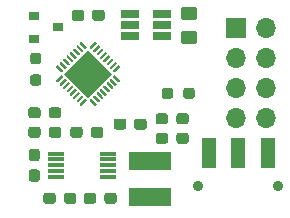
<source format=gbs>
G04 #@! TF.GenerationSoftware,KiCad,Pcbnew,(5.1.10)-1*
G04 #@! TF.CreationDate,2021-10-01T13:23:57-05:00*
G04 #@! TF.ProjectId,wireless_measurement_ard,77697265-6c65-4737-935f-6d6561737572,rev?*
G04 #@! TF.SameCoordinates,Original*
G04 #@! TF.FileFunction,Soldermask,Bot*
G04 #@! TF.FilePolarity,Negative*
%FSLAX46Y46*%
G04 Gerber Fmt 4.6, Leading zero omitted, Abs format (unit mm)*
G04 Created by KiCad (PCBNEW (5.1.10)-1) date 2021-10-01 13:23:57*
%MOMM*%
%LPD*%
G01*
G04 APERTURE LIST*
%ADD10R,1.400000X0.300000*%
%ADD11R,0.900000X0.800000*%
%ADD12O,1.700000X1.700000*%
%ADD13R,1.700000X1.700000*%
%ADD14C,0.900000*%
%ADD15R,1.250000X2.500000*%
%ADD16C,0.100000*%
%ADD17R,1.560000X0.650000*%
%ADD18R,3.600000X1.500000*%
G04 APERTURE END LIST*
D10*
X124374000Y-89900000D03*
X124374000Y-89400000D03*
X124374000Y-88900000D03*
X124374000Y-88400000D03*
X124374000Y-87900000D03*
X119974000Y-87900000D03*
X119974000Y-88400000D03*
X119974000Y-88900000D03*
X119974000Y-89400000D03*
X119974000Y-89900000D03*
G36*
G01*
X131666401Y-76613600D02*
X130766399Y-76613600D01*
G75*
G02*
X130516400Y-76363601I0J249999D01*
G01*
X130516400Y-75713599D01*
G75*
G02*
X130766399Y-75463600I249999J0D01*
G01*
X131666401Y-75463600D01*
G75*
G02*
X131916400Y-75713599I0J-249999D01*
G01*
X131916400Y-76363601D01*
G75*
G02*
X131666401Y-76613600I-249999J0D01*
G01*
G37*
G36*
G01*
X131666401Y-78663600D02*
X130766399Y-78663600D01*
G75*
G02*
X130516400Y-78413601I0J249999D01*
G01*
X130516400Y-77763599D01*
G75*
G02*
X130766399Y-77513600I249999J0D01*
G01*
X131666401Y-77513600D01*
G75*
G02*
X131916400Y-77763599I0J-249999D01*
G01*
X131916400Y-78413601D01*
G75*
G02*
X131666401Y-78663600I-249999J0D01*
G01*
G37*
D11*
X120126000Y-77216000D03*
X118126000Y-76266000D03*
X118126000Y-78166000D03*
G36*
G01*
X118474500Y-80347000D02*
X117999500Y-80347000D01*
G75*
G02*
X117762000Y-80109500I0J237500D01*
G01*
X117762000Y-79609500D01*
G75*
G02*
X117999500Y-79372000I237500J0D01*
G01*
X118474500Y-79372000D01*
G75*
G02*
X118712000Y-79609500I0J-237500D01*
G01*
X118712000Y-80109500D01*
G75*
G02*
X118474500Y-80347000I-237500J0D01*
G01*
G37*
G36*
G01*
X118474500Y-82172000D02*
X117999500Y-82172000D01*
G75*
G02*
X117762000Y-81934500I0J237500D01*
G01*
X117762000Y-81434500D01*
G75*
G02*
X117999500Y-81197000I237500J0D01*
G01*
X118474500Y-81197000D01*
G75*
G02*
X118712000Y-81434500I0J-237500D01*
G01*
X118712000Y-81934500D01*
G75*
G02*
X118474500Y-82172000I-237500J0D01*
G01*
G37*
G36*
G01*
X122357000Y-75962500D02*
X122357000Y-76437500D01*
G75*
G02*
X122119500Y-76675000I-237500J0D01*
G01*
X121519500Y-76675000D01*
G75*
G02*
X121282000Y-76437500I0J237500D01*
G01*
X121282000Y-75962500D01*
G75*
G02*
X121519500Y-75725000I237500J0D01*
G01*
X122119500Y-75725000D01*
G75*
G02*
X122357000Y-75962500I0J-237500D01*
G01*
G37*
G36*
G01*
X124082000Y-75962500D02*
X124082000Y-76437500D01*
G75*
G02*
X123844500Y-76675000I-237500J0D01*
G01*
X123244500Y-76675000D01*
G75*
G02*
X123007000Y-76437500I0J237500D01*
G01*
X123007000Y-75962500D01*
G75*
G02*
X123244500Y-75725000I237500J0D01*
G01*
X123844500Y-75725000D01*
G75*
G02*
X124082000Y-75962500I0J-237500D01*
G01*
G37*
D12*
X137744200Y-84886800D03*
X135204200Y-84886800D03*
X137744200Y-82346800D03*
X135204200Y-82346800D03*
X137744200Y-79806800D03*
X135204200Y-79806800D03*
X137744200Y-77266800D03*
D13*
X135204200Y-77266800D03*
G36*
G01*
X125911900Y-85182700D02*
X125911900Y-85657700D01*
G75*
G02*
X125674400Y-85895200I-237500J0D01*
G01*
X125074400Y-85895200D01*
G75*
G02*
X124836900Y-85657700I0J237500D01*
G01*
X124836900Y-85182700D01*
G75*
G02*
X125074400Y-84945200I237500J0D01*
G01*
X125674400Y-84945200D01*
G75*
G02*
X125911900Y-85182700I0J-237500D01*
G01*
G37*
G36*
G01*
X127636900Y-85182700D02*
X127636900Y-85657700D01*
G75*
G02*
X127399400Y-85895200I-237500J0D01*
G01*
X126799400Y-85895200D01*
G75*
G02*
X126561900Y-85657700I0J237500D01*
G01*
X126561900Y-85182700D01*
G75*
G02*
X126799400Y-84945200I237500J0D01*
G01*
X127399400Y-84945200D01*
G75*
G02*
X127636900Y-85182700I0J-237500D01*
G01*
G37*
D14*
X131982000Y-90634000D03*
X138782000Y-90634000D03*
D15*
X132882000Y-87884000D03*
X135382000Y-87884000D03*
X137882000Y-87884000D03*
G36*
G01*
X122045604Y-83840005D02*
X121974894Y-83769295D01*
G75*
G02*
X121974894Y-83698585I35355J35355D01*
G01*
X122399158Y-83274321D01*
G75*
G02*
X122469868Y-83274321I35355J-35355D01*
G01*
X122540578Y-83345031D01*
G75*
G02*
X122540578Y-83415741I-35355J-35355D01*
G01*
X122116314Y-83840005D01*
G75*
G02*
X122045604Y-83840005I-35355J35355D01*
G01*
G37*
G36*
G01*
X121762761Y-83557162D02*
X121692051Y-83486452D01*
G75*
G02*
X121692051Y-83415742I35355J35355D01*
G01*
X122116315Y-82991478D01*
G75*
G02*
X122187025Y-82991478I35355J-35355D01*
G01*
X122257735Y-83062188D01*
G75*
G02*
X122257735Y-83132898I-35355J-35355D01*
G01*
X121833471Y-83557162D01*
G75*
G02*
X121762761Y-83557162I-35355J35355D01*
G01*
G37*
G36*
G01*
X121479919Y-83274320D02*
X121409209Y-83203610D01*
G75*
G02*
X121409209Y-83132900I35355J35355D01*
G01*
X121833473Y-82708636D01*
G75*
G02*
X121904183Y-82708636I35355J-35355D01*
G01*
X121974893Y-82779346D01*
G75*
G02*
X121974893Y-82850056I-35355J-35355D01*
G01*
X121550629Y-83274320D01*
G75*
G02*
X121479919Y-83274320I-35355J35355D01*
G01*
G37*
G36*
G01*
X121197076Y-82991477D02*
X121126366Y-82920767D01*
G75*
G02*
X121126366Y-82850057I35355J35355D01*
G01*
X121550630Y-82425793D01*
G75*
G02*
X121621340Y-82425793I35355J-35355D01*
G01*
X121692050Y-82496503D01*
G75*
G02*
X121692050Y-82567213I-35355J-35355D01*
G01*
X121267786Y-82991477D01*
G75*
G02*
X121197076Y-82991477I-35355J35355D01*
G01*
G37*
G36*
G01*
X120914233Y-82708634D02*
X120843523Y-82637924D01*
G75*
G02*
X120843523Y-82567214I35355J35355D01*
G01*
X121267787Y-82142950D01*
G75*
G02*
X121338497Y-82142950I35355J-35355D01*
G01*
X121409207Y-82213660D01*
G75*
G02*
X121409207Y-82284370I-35355J-35355D01*
G01*
X120984943Y-82708634D01*
G75*
G02*
X120914233Y-82708634I-35355J35355D01*
G01*
G37*
G36*
G01*
X120631390Y-82425791D02*
X120560680Y-82355081D01*
G75*
G02*
X120560680Y-82284371I35355J35355D01*
G01*
X120984944Y-81860107D01*
G75*
G02*
X121055654Y-81860107I35355J-35355D01*
G01*
X121126364Y-81930817D01*
G75*
G02*
X121126364Y-82001527I-35355J-35355D01*
G01*
X120702100Y-82425791D01*
G75*
G02*
X120631390Y-82425791I-35355J35355D01*
G01*
G37*
G36*
G01*
X120348548Y-82142949D02*
X120277838Y-82072239D01*
G75*
G02*
X120277838Y-82001529I35355J35355D01*
G01*
X120702102Y-81577265D01*
G75*
G02*
X120772812Y-81577265I35355J-35355D01*
G01*
X120843522Y-81647975D01*
G75*
G02*
X120843522Y-81718685I-35355J-35355D01*
G01*
X120419258Y-82142949D01*
G75*
G02*
X120348548Y-82142949I-35355J35355D01*
G01*
G37*
G36*
G01*
X120065705Y-81860106D02*
X119994995Y-81789396D01*
G75*
G02*
X119994995Y-81718686I35355J35355D01*
G01*
X120419259Y-81294422D01*
G75*
G02*
X120489969Y-81294422I35355J-35355D01*
G01*
X120560679Y-81365132D01*
G75*
G02*
X120560679Y-81435842I-35355J-35355D01*
G01*
X120136415Y-81860106D01*
G75*
G02*
X120065705Y-81860106I-35355J35355D01*
G01*
G37*
G36*
G01*
X120419259Y-81011578D02*
X119994995Y-80587314D01*
G75*
G02*
X119994995Y-80516604I35355J35355D01*
G01*
X120065705Y-80445894D01*
G75*
G02*
X120136415Y-80445894I35355J-35355D01*
G01*
X120560679Y-80870158D01*
G75*
G02*
X120560679Y-80940868I-35355J-35355D01*
G01*
X120489969Y-81011578D01*
G75*
G02*
X120419259Y-81011578I-35355J35355D01*
G01*
G37*
G36*
G01*
X120702102Y-80728735D02*
X120277838Y-80304471D01*
G75*
G02*
X120277838Y-80233761I35355J35355D01*
G01*
X120348548Y-80163051D01*
G75*
G02*
X120419258Y-80163051I35355J-35355D01*
G01*
X120843522Y-80587315D01*
G75*
G02*
X120843522Y-80658025I-35355J-35355D01*
G01*
X120772812Y-80728735D01*
G75*
G02*
X120702102Y-80728735I-35355J35355D01*
G01*
G37*
G36*
G01*
X120984944Y-80445893D02*
X120560680Y-80021629D01*
G75*
G02*
X120560680Y-79950919I35355J35355D01*
G01*
X120631390Y-79880209D01*
G75*
G02*
X120702100Y-79880209I35355J-35355D01*
G01*
X121126364Y-80304473D01*
G75*
G02*
X121126364Y-80375183I-35355J-35355D01*
G01*
X121055654Y-80445893D01*
G75*
G02*
X120984944Y-80445893I-35355J35355D01*
G01*
G37*
G36*
G01*
X121267787Y-80163050D02*
X120843523Y-79738786D01*
G75*
G02*
X120843523Y-79668076I35355J35355D01*
G01*
X120914233Y-79597366D01*
G75*
G02*
X120984943Y-79597366I35355J-35355D01*
G01*
X121409207Y-80021630D01*
G75*
G02*
X121409207Y-80092340I-35355J-35355D01*
G01*
X121338497Y-80163050D01*
G75*
G02*
X121267787Y-80163050I-35355J35355D01*
G01*
G37*
G36*
G01*
X121550630Y-79880207D02*
X121126366Y-79455943D01*
G75*
G02*
X121126366Y-79385233I35355J35355D01*
G01*
X121197076Y-79314523D01*
G75*
G02*
X121267786Y-79314523I35355J-35355D01*
G01*
X121692050Y-79738787D01*
G75*
G02*
X121692050Y-79809497I-35355J-35355D01*
G01*
X121621340Y-79880207D01*
G75*
G02*
X121550630Y-79880207I-35355J35355D01*
G01*
G37*
G36*
G01*
X121833473Y-79597364D02*
X121409209Y-79173100D01*
G75*
G02*
X121409209Y-79102390I35355J35355D01*
G01*
X121479919Y-79031680D01*
G75*
G02*
X121550629Y-79031680I35355J-35355D01*
G01*
X121974893Y-79455944D01*
G75*
G02*
X121974893Y-79526654I-35355J-35355D01*
G01*
X121904183Y-79597364D01*
G75*
G02*
X121833473Y-79597364I-35355J35355D01*
G01*
G37*
G36*
G01*
X122116315Y-79314522D02*
X121692051Y-78890258D01*
G75*
G02*
X121692051Y-78819548I35355J35355D01*
G01*
X121762761Y-78748838D01*
G75*
G02*
X121833471Y-78748838I35355J-35355D01*
G01*
X122257735Y-79173102D01*
G75*
G02*
X122257735Y-79243812I-35355J-35355D01*
G01*
X122187025Y-79314522D01*
G75*
G02*
X122116315Y-79314522I-35355J35355D01*
G01*
G37*
G36*
G01*
X122399158Y-79031679D02*
X121974894Y-78607415D01*
G75*
G02*
X121974894Y-78536705I35355J35355D01*
G01*
X122045604Y-78465995D01*
G75*
G02*
X122116314Y-78465995I35355J-35355D01*
G01*
X122540578Y-78890259D01*
G75*
G02*
X122540578Y-78960969I-35355J-35355D01*
G01*
X122469868Y-79031679D01*
G75*
G02*
X122399158Y-79031679I-35355J35355D01*
G01*
G37*
G36*
G01*
X122894132Y-79031679D02*
X122823422Y-78960969D01*
G75*
G02*
X122823422Y-78890259I35355J35355D01*
G01*
X123247686Y-78465995D01*
G75*
G02*
X123318396Y-78465995I35355J-35355D01*
G01*
X123389106Y-78536705D01*
G75*
G02*
X123389106Y-78607415I-35355J-35355D01*
G01*
X122964842Y-79031679D01*
G75*
G02*
X122894132Y-79031679I-35355J35355D01*
G01*
G37*
G36*
G01*
X123176975Y-79314522D02*
X123106265Y-79243812D01*
G75*
G02*
X123106265Y-79173102I35355J35355D01*
G01*
X123530529Y-78748838D01*
G75*
G02*
X123601239Y-78748838I35355J-35355D01*
G01*
X123671949Y-78819548D01*
G75*
G02*
X123671949Y-78890258I-35355J-35355D01*
G01*
X123247685Y-79314522D01*
G75*
G02*
X123176975Y-79314522I-35355J35355D01*
G01*
G37*
G36*
G01*
X123459817Y-79597364D02*
X123389107Y-79526654D01*
G75*
G02*
X123389107Y-79455944I35355J35355D01*
G01*
X123813371Y-79031680D01*
G75*
G02*
X123884081Y-79031680I35355J-35355D01*
G01*
X123954791Y-79102390D01*
G75*
G02*
X123954791Y-79173100I-35355J-35355D01*
G01*
X123530527Y-79597364D01*
G75*
G02*
X123459817Y-79597364I-35355J35355D01*
G01*
G37*
G36*
G01*
X123742660Y-79880207D02*
X123671950Y-79809497D01*
G75*
G02*
X123671950Y-79738787I35355J35355D01*
G01*
X124096214Y-79314523D01*
G75*
G02*
X124166924Y-79314523I35355J-35355D01*
G01*
X124237634Y-79385233D01*
G75*
G02*
X124237634Y-79455943I-35355J-35355D01*
G01*
X123813370Y-79880207D01*
G75*
G02*
X123742660Y-79880207I-35355J35355D01*
G01*
G37*
G36*
G01*
X124025503Y-80163050D02*
X123954793Y-80092340D01*
G75*
G02*
X123954793Y-80021630I35355J35355D01*
G01*
X124379057Y-79597366D01*
G75*
G02*
X124449767Y-79597366I35355J-35355D01*
G01*
X124520477Y-79668076D01*
G75*
G02*
X124520477Y-79738786I-35355J-35355D01*
G01*
X124096213Y-80163050D01*
G75*
G02*
X124025503Y-80163050I-35355J35355D01*
G01*
G37*
G36*
G01*
X124308346Y-80445893D02*
X124237636Y-80375183D01*
G75*
G02*
X124237636Y-80304473I35355J35355D01*
G01*
X124661900Y-79880209D01*
G75*
G02*
X124732610Y-79880209I35355J-35355D01*
G01*
X124803320Y-79950919D01*
G75*
G02*
X124803320Y-80021629I-35355J-35355D01*
G01*
X124379056Y-80445893D01*
G75*
G02*
X124308346Y-80445893I-35355J35355D01*
G01*
G37*
G36*
G01*
X124591188Y-80728735D02*
X124520478Y-80658025D01*
G75*
G02*
X124520478Y-80587315I35355J35355D01*
G01*
X124944742Y-80163051D01*
G75*
G02*
X125015452Y-80163051I35355J-35355D01*
G01*
X125086162Y-80233761D01*
G75*
G02*
X125086162Y-80304471I-35355J-35355D01*
G01*
X124661898Y-80728735D01*
G75*
G02*
X124591188Y-80728735I-35355J35355D01*
G01*
G37*
G36*
G01*
X124874031Y-81011578D02*
X124803321Y-80940868D01*
G75*
G02*
X124803321Y-80870158I35355J35355D01*
G01*
X125227585Y-80445894D01*
G75*
G02*
X125298295Y-80445894I35355J-35355D01*
G01*
X125369005Y-80516604D01*
G75*
G02*
X125369005Y-80587314I-35355J-35355D01*
G01*
X124944741Y-81011578D01*
G75*
G02*
X124874031Y-81011578I-35355J35355D01*
G01*
G37*
G36*
G01*
X125227585Y-81860106D02*
X124803321Y-81435842D01*
G75*
G02*
X124803321Y-81365132I35355J35355D01*
G01*
X124874031Y-81294422D01*
G75*
G02*
X124944741Y-81294422I35355J-35355D01*
G01*
X125369005Y-81718686D01*
G75*
G02*
X125369005Y-81789396I-35355J-35355D01*
G01*
X125298295Y-81860106D01*
G75*
G02*
X125227585Y-81860106I-35355J35355D01*
G01*
G37*
G36*
G01*
X124944742Y-82142949D02*
X124520478Y-81718685D01*
G75*
G02*
X124520478Y-81647975I35355J35355D01*
G01*
X124591188Y-81577265D01*
G75*
G02*
X124661898Y-81577265I35355J-35355D01*
G01*
X125086162Y-82001529D01*
G75*
G02*
X125086162Y-82072239I-35355J-35355D01*
G01*
X125015452Y-82142949D01*
G75*
G02*
X124944742Y-82142949I-35355J35355D01*
G01*
G37*
G36*
G01*
X124661900Y-82425791D02*
X124237636Y-82001527D01*
G75*
G02*
X124237636Y-81930817I35355J35355D01*
G01*
X124308346Y-81860107D01*
G75*
G02*
X124379056Y-81860107I35355J-35355D01*
G01*
X124803320Y-82284371D01*
G75*
G02*
X124803320Y-82355081I-35355J-35355D01*
G01*
X124732610Y-82425791D01*
G75*
G02*
X124661900Y-82425791I-35355J35355D01*
G01*
G37*
G36*
G01*
X124379057Y-82708634D02*
X123954793Y-82284370D01*
G75*
G02*
X123954793Y-82213660I35355J35355D01*
G01*
X124025503Y-82142950D01*
G75*
G02*
X124096213Y-82142950I35355J-35355D01*
G01*
X124520477Y-82567214D01*
G75*
G02*
X124520477Y-82637924I-35355J-35355D01*
G01*
X124449767Y-82708634D01*
G75*
G02*
X124379057Y-82708634I-35355J35355D01*
G01*
G37*
G36*
G01*
X124096214Y-82991477D02*
X123671950Y-82567213D01*
G75*
G02*
X123671950Y-82496503I35355J35355D01*
G01*
X123742660Y-82425793D01*
G75*
G02*
X123813370Y-82425793I35355J-35355D01*
G01*
X124237634Y-82850057D01*
G75*
G02*
X124237634Y-82920767I-35355J-35355D01*
G01*
X124166924Y-82991477D01*
G75*
G02*
X124096214Y-82991477I-35355J35355D01*
G01*
G37*
G36*
G01*
X123813371Y-83274320D02*
X123389107Y-82850056D01*
G75*
G02*
X123389107Y-82779346I35355J35355D01*
G01*
X123459817Y-82708636D01*
G75*
G02*
X123530527Y-82708636I35355J-35355D01*
G01*
X123954791Y-83132900D01*
G75*
G02*
X123954791Y-83203610I-35355J-35355D01*
G01*
X123884081Y-83274320D01*
G75*
G02*
X123813371Y-83274320I-35355J35355D01*
G01*
G37*
G36*
G01*
X123530529Y-83557162D02*
X123106265Y-83132898D01*
G75*
G02*
X123106265Y-83062188I35355J35355D01*
G01*
X123176975Y-82991478D01*
G75*
G02*
X123247685Y-82991478I35355J-35355D01*
G01*
X123671949Y-83415742D01*
G75*
G02*
X123671949Y-83486452I-35355J-35355D01*
G01*
X123601239Y-83557162D01*
G75*
G02*
X123530529Y-83557162I-35355J35355D01*
G01*
G37*
G36*
G01*
X123247686Y-83840005D02*
X122823422Y-83415741D01*
G75*
G02*
X122823422Y-83345031I35355J35355D01*
G01*
X122894132Y-83274321D01*
G75*
G02*
X122964842Y-83274321I35355J-35355D01*
G01*
X123389106Y-83698585D01*
G75*
G02*
X123389106Y-83769295I-35355J-35355D01*
G01*
X123318396Y-83840005D01*
G75*
G02*
X123247686Y-83840005I-35355J35355D01*
G01*
G37*
D16*
G36*
X122682000Y-83203610D02*
G01*
X120631390Y-81153000D01*
X122682000Y-79102390D01*
X124732610Y-81153000D01*
X122682000Y-83203610D01*
G37*
D17*
X126238000Y-77012800D03*
X126238000Y-76062800D03*
X126238000Y-77962800D03*
X128938000Y-77962800D03*
X128938000Y-77012800D03*
X128938000Y-76062800D03*
D18*
X127889000Y-88517000D03*
X127889000Y-91567000D03*
G36*
G01*
X130727000Y-83041500D02*
X130727000Y-82566500D01*
G75*
G02*
X130964500Y-82329000I237500J0D01*
G01*
X131464500Y-82329000D01*
G75*
G02*
X131702000Y-82566500I0J-237500D01*
G01*
X131702000Y-83041500D01*
G75*
G02*
X131464500Y-83279000I-237500J0D01*
G01*
X130964500Y-83279000D01*
G75*
G02*
X130727000Y-83041500I0J237500D01*
G01*
G37*
G36*
G01*
X128902000Y-83041500D02*
X128902000Y-82566500D01*
G75*
G02*
X129139500Y-82329000I237500J0D01*
G01*
X129639500Y-82329000D01*
G75*
G02*
X129877000Y-82566500I0J-237500D01*
G01*
X129877000Y-83041500D01*
G75*
G02*
X129639500Y-83279000I-237500J0D01*
G01*
X129139500Y-83279000D01*
G75*
G02*
X128902000Y-83041500I0J237500D01*
G01*
G37*
G36*
G01*
X118649000Y-85868500D02*
X118649000Y-86343500D01*
G75*
G02*
X118411500Y-86581000I-237500J0D01*
G01*
X117836500Y-86581000D01*
G75*
G02*
X117599000Y-86343500I0J237500D01*
G01*
X117599000Y-85868500D01*
G75*
G02*
X117836500Y-85631000I237500J0D01*
G01*
X118411500Y-85631000D01*
G75*
G02*
X118649000Y-85868500I0J-237500D01*
G01*
G37*
G36*
G01*
X120399000Y-85868500D02*
X120399000Y-86343500D01*
G75*
G02*
X120161500Y-86581000I-237500J0D01*
G01*
X119586500Y-86581000D01*
G75*
G02*
X119349000Y-86343500I0J237500D01*
G01*
X119349000Y-85868500D01*
G75*
G02*
X119586500Y-85631000I237500J0D01*
G01*
X120161500Y-85631000D01*
G75*
G02*
X120399000Y-85868500I0J-237500D01*
G01*
G37*
G36*
G01*
X118649000Y-84217500D02*
X118649000Y-84692500D01*
G75*
G02*
X118411500Y-84930000I-237500J0D01*
G01*
X117836500Y-84930000D01*
G75*
G02*
X117599000Y-84692500I0J237500D01*
G01*
X117599000Y-84217500D01*
G75*
G02*
X117836500Y-83980000I237500J0D01*
G01*
X118411500Y-83980000D01*
G75*
G02*
X118649000Y-84217500I0J-237500D01*
G01*
G37*
G36*
G01*
X120399000Y-84217500D02*
X120399000Y-84692500D01*
G75*
G02*
X120161500Y-84930000I-237500J0D01*
G01*
X119586500Y-84930000D01*
G75*
G02*
X119349000Y-84692500I0J237500D01*
G01*
X119349000Y-84217500D01*
G75*
G02*
X119586500Y-83980000I237500J0D01*
G01*
X120161500Y-83980000D01*
G75*
G02*
X120399000Y-84217500I0J-237500D01*
G01*
G37*
G36*
G01*
X118347500Y-88550000D02*
X117872500Y-88550000D01*
G75*
G02*
X117635000Y-88312500I0J237500D01*
G01*
X117635000Y-87737500D01*
G75*
G02*
X117872500Y-87500000I237500J0D01*
G01*
X118347500Y-87500000D01*
G75*
G02*
X118585000Y-87737500I0J-237500D01*
G01*
X118585000Y-88312500D01*
G75*
G02*
X118347500Y-88550000I-237500J0D01*
G01*
G37*
G36*
G01*
X118347500Y-90300000D02*
X117872500Y-90300000D01*
G75*
G02*
X117635000Y-90062500I0J237500D01*
G01*
X117635000Y-89487500D01*
G75*
G02*
X117872500Y-89250000I237500J0D01*
G01*
X118347500Y-89250000D01*
G75*
G02*
X118585000Y-89487500I0J-237500D01*
G01*
X118585000Y-90062500D01*
G75*
G02*
X118347500Y-90300000I-237500J0D01*
G01*
G37*
G36*
G01*
X122205000Y-85868500D02*
X122205000Y-86343500D01*
G75*
G02*
X121967500Y-86581000I-237500J0D01*
G01*
X121392500Y-86581000D01*
G75*
G02*
X121155000Y-86343500I0J237500D01*
G01*
X121155000Y-85868500D01*
G75*
G02*
X121392500Y-85631000I237500J0D01*
G01*
X121967500Y-85631000D01*
G75*
G02*
X122205000Y-85868500I0J-237500D01*
G01*
G37*
G36*
G01*
X123955000Y-85868500D02*
X123955000Y-86343500D01*
G75*
G02*
X123717500Y-86581000I-237500J0D01*
G01*
X123142500Y-86581000D01*
G75*
G02*
X122905000Y-86343500I0J237500D01*
G01*
X122905000Y-85868500D01*
G75*
G02*
X123142500Y-85631000I237500J0D01*
G01*
X123717500Y-85631000D01*
G75*
G02*
X123955000Y-85868500I0J-237500D01*
G01*
G37*
G36*
G01*
X123348000Y-91456500D02*
X123348000Y-91931500D01*
G75*
G02*
X123110500Y-92169000I-237500J0D01*
G01*
X122535500Y-92169000D01*
G75*
G02*
X122298000Y-91931500I0J237500D01*
G01*
X122298000Y-91456500D01*
G75*
G02*
X122535500Y-91219000I237500J0D01*
G01*
X123110500Y-91219000D01*
G75*
G02*
X123348000Y-91456500I0J-237500D01*
G01*
G37*
G36*
G01*
X125098000Y-91456500D02*
X125098000Y-91931500D01*
G75*
G02*
X124860500Y-92169000I-237500J0D01*
G01*
X124285500Y-92169000D01*
G75*
G02*
X124048000Y-91931500I0J237500D01*
G01*
X124048000Y-91456500D01*
G75*
G02*
X124285500Y-91219000I237500J0D01*
G01*
X124860500Y-91219000D01*
G75*
G02*
X125098000Y-91456500I0J-237500D01*
G01*
G37*
G36*
G01*
X130144000Y-85200500D02*
X130144000Y-84725500D01*
G75*
G02*
X130381500Y-84488000I237500J0D01*
G01*
X130956500Y-84488000D01*
G75*
G02*
X131194000Y-84725500I0J-237500D01*
G01*
X131194000Y-85200500D01*
G75*
G02*
X130956500Y-85438000I-237500J0D01*
G01*
X130381500Y-85438000D01*
G75*
G02*
X130144000Y-85200500I0J237500D01*
G01*
G37*
G36*
G01*
X128394000Y-85200500D02*
X128394000Y-84725500D01*
G75*
G02*
X128631500Y-84488000I237500J0D01*
G01*
X129206500Y-84488000D01*
G75*
G02*
X129444000Y-84725500I0J-237500D01*
G01*
X129444000Y-85200500D01*
G75*
G02*
X129206500Y-85438000I-237500J0D01*
G01*
X128631500Y-85438000D01*
G75*
G02*
X128394000Y-85200500I0J237500D01*
G01*
G37*
G36*
G01*
X119933000Y-91456500D02*
X119933000Y-91931500D01*
G75*
G02*
X119695500Y-92169000I-237500J0D01*
G01*
X119120500Y-92169000D01*
G75*
G02*
X118883000Y-91931500I0J237500D01*
G01*
X118883000Y-91456500D01*
G75*
G02*
X119120500Y-91219000I237500J0D01*
G01*
X119695500Y-91219000D01*
G75*
G02*
X119933000Y-91456500I0J-237500D01*
G01*
G37*
G36*
G01*
X121683000Y-91456500D02*
X121683000Y-91931500D01*
G75*
G02*
X121445500Y-92169000I-237500J0D01*
G01*
X120870500Y-92169000D01*
G75*
G02*
X120633000Y-91931500I0J237500D01*
G01*
X120633000Y-91456500D01*
G75*
G02*
X120870500Y-91219000I237500J0D01*
G01*
X121445500Y-91219000D01*
G75*
G02*
X121683000Y-91456500I0J-237500D01*
G01*
G37*
G36*
G01*
X130144000Y-86851500D02*
X130144000Y-86376500D01*
G75*
G02*
X130381500Y-86139000I237500J0D01*
G01*
X130956500Y-86139000D01*
G75*
G02*
X131194000Y-86376500I0J-237500D01*
G01*
X131194000Y-86851500D01*
G75*
G02*
X130956500Y-87089000I-237500J0D01*
G01*
X130381500Y-87089000D01*
G75*
G02*
X130144000Y-86851500I0J237500D01*
G01*
G37*
G36*
G01*
X128394000Y-86851500D02*
X128394000Y-86376500D01*
G75*
G02*
X128631500Y-86139000I237500J0D01*
G01*
X129206500Y-86139000D01*
G75*
G02*
X129444000Y-86376500I0J-237500D01*
G01*
X129444000Y-86851500D01*
G75*
G02*
X129206500Y-87089000I-237500J0D01*
G01*
X128631500Y-87089000D01*
G75*
G02*
X128394000Y-86851500I0J237500D01*
G01*
G37*
M02*

</source>
